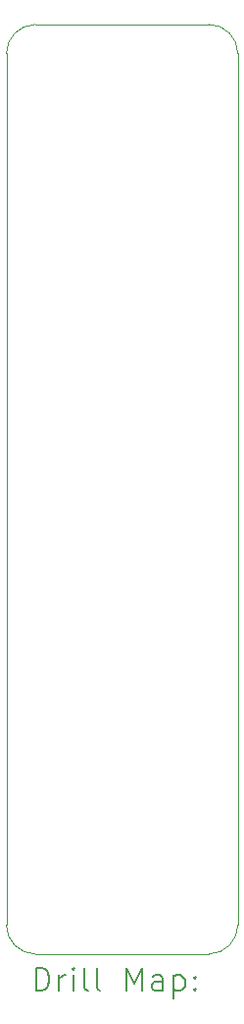
<source format=gbr>
%TF.GenerationSoftware,KiCad,Pcbnew,7.0.5+dfsg-2*%
%TF.CreationDate,2023-07-22T00:58:46+02:00*%
%TF.ProjectId,019-tayloe-quadrature-product-detector,3031392d-7461-4796-9c6f-652d71756164,2*%
%TF.SameCoordinates,Original*%
%TF.FileFunction,Drillmap*%
%TF.FilePolarity,Positive*%
%FSLAX45Y45*%
G04 Gerber Fmt 4.5, Leading zero omitted, Abs format (unit mm)*
G04 Created by KiCad (PCBNEW 7.0.5+dfsg-2) date 2023-07-22 00:58:46*
%MOMM*%
%LPD*%
G01*
G04 APERTURE LIST*
%ADD10C,0.100000*%
%ADD11C,0.200000*%
G04 APERTURE END LIST*
D10*
X13500000Y-5750000D02*
G75*
G03*
X13250000Y-6000000I0J-250000D01*
G01*
X13500000Y-5750000D02*
X15000000Y-5750000D01*
X15250000Y-6000000D02*
G75*
G03*
X15000000Y-5750000I-250000J0D01*
G01*
X13250000Y-13500000D02*
X13250000Y-6000000D01*
X13250000Y-13500000D02*
G75*
G03*
X13500000Y-13750000I250000J0D01*
G01*
X15250000Y-6000000D02*
X15250000Y-13500000D01*
X15000000Y-13750000D02*
G75*
G03*
X15250000Y-13500000I0J250000D01*
G01*
X15000000Y-13750000D02*
X13500000Y-13750000D01*
D11*
X13505777Y-14066484D02*
X13505777Y-13866484D01*
X13505777Y-13866484D02*
X13553396Y-13866484D01*
X13553396Y-13866484D02*
X13581967Y-13876008D01*
X13581967Y-13876008D02*
X13601015Y-13895055D01*
X13601015Y-13895055D02*
X13610539Y-13914103D01*
X13610539Y-13914103D02*
X13620062Y-13952198D01*
X13620062Y-13952198D02*
X13620062Y-13980769D01*
X13620062Y-13980769D02*
X13610539Y-14018865D01*
X13610539Y-14018865D02*
X13601015Y-14037912D01*
X13601015Y-14037912D02*
X13581967Y-14056960D01*
X13581967Y-14056960D02*
X13553396Y-14066484D01*
X13553396Y-14066484D02*
X13505777Y-14066484D01*
X13705777Y-14066484D02*
X13705777Y-13933150D01*
X13705777Y-13971246D02*
X13715301Y-13952198D01*
X13715301Y-13952198D02*
X13724824Y-13942674D01*
X13724824Y-13942674D02*
X13743872Y-13933150D01*
X13743872Y-13933150D02*
X13762920Y-13933150D01*
X13829586Y-14066484D02*
X13829586Y-13933150D01*
X13829586Y-13866484D02*
X13820062Y-13876008D01*
X13820062Y-13876008D02*
X13829586Y-13885531D01*
X13829586Y-13885531D02*
X13839110Y-13876008D01*
X13839110Y-13876008D02*
X13829586Y-13866484D01*
X13829586Y-13866484D02*
X13829586Y-13885531D01*
X13953396Y-14066484D02*
X13934348Y-14056960D01*
X13934348Y-14056960D02*
X13924824Y-14037912D01*
X13924824Y-14037912D02*
X13924824Y-13866484D01*
X14058158Y-14066484D02*
X14039110Y-14056960D01*
X14039110Y-14056960D02*
X14029586Y-14037912D01*
X14029586Y-14037912D02*
X14029586Y-13866484D01*
X14286729Y-14066484D02*
X14286729Y-13866484D01*
X14286729Y-13866484D02*
X14353396Y-14009341D01*
X14353396Y-14009341D02*
X14420062Y-13866484D01*
X14420062Y-13866484D02*
X14420062Y-14066484D01*
X14601015Y-14066484D02*
X14601015Y-13961722D01*
X14601015Y-13961722D02*
X14591491Y-13942674D01*
X14591491Y-13942674D02*
X14572443Y-13933150D01*
X14572443Y-13933150D02*
X14534348Y-13933150D01*
X14534348Y-13933150D02*
X14515301Y-13942674D01*
X14601015Y-14056960D02*
X14581967Y-14066484D01*
X14581967Y-14066484D02*
X14534348Y-14066484D01*
X14534348Y-14066484D02*
X14515301Y-14056960D01*
X14515301Y-14056960D02*
X14505777Y-14037912D01*
X14505777Y-14037912D02*
X14505777Y-14018865D01*
X14505777Y-14018865D02*
X14515301Y-13999817D01*
X14515301Y-13999817D02*
X14534348Y-13990293D01*
X14534348Y-13990293D02*
X14581967Y-13990293D01*
X14581967Y-13990293D02*
X14601015Y-13980769D01*
X14696253Y-13933150D02*
X14696253Y-14133150D01*
X14696253Y-13942674D02*
X14715301Y-13933150D01*
X14715301Y-13933150D02*
X14753396Y-13933150D01*
X14753396Y-13933150D02*
X14772443Y-13942674D01*
X14772443Y-13942674D02*
X14781967Y-13952198D01*
X14781967Y-13952198D02*
X14791491Y-13971246D01*
X14791491Y-13971246D02*
X14791491Y-14028388D01*
X14791491Y-14028388D02*
X14781967Y-14047436D01*
X14781967Y-14047436D02*
X14772443Y-14056960D01*
X14772443Y-14056960D02*
X14753396Y-14066484D01*
X14753396Y-14066484D02*
X14715301Y-14066484D01*
X14715301Y-14066484D02*
X14696253Y-14056960D01*
X14877205Y-14047436D02*
X14886729Y-14056960D01*
X14886729Y-14056960D02*
X14877205Y-14066484D01*
X14877205Y-14066484D02*
X14867682Y-14056960D01*
X14867682Y-14056960D02*
X14877205Y-14047436D01*
X14877205Y-14047436D02*
X14877205Y-14066484D01*
X14877205Y-13942674D02*
X14886729Y-13952198D01*
X14886729Y-13952198D02*
X14877205Y-13961722D01*
X14877205Y-13961722D02*
X14867682Y-13952198D01*
X14867682Y-13952198D02*
X14877205Y-13942674D01*
X14877205Y-13942674D02*
X14877205Y-13961722D01*
M02*

</source>
